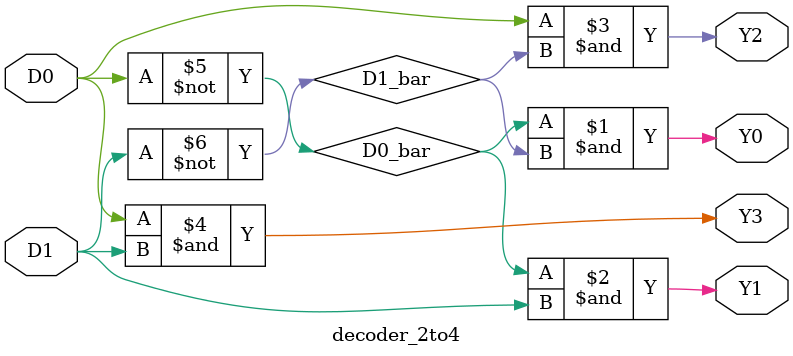
<source format=v>
module decoder_2to4 (
    input  D0, input  D1,
    output Y0, output Y1,
    output Y2, output Y3
);

    wire D0_bar, D1_bar;

    not (D0_bar, D0);
    not (D1_bar, D1);

    and (Y0, D0_bar, D1_bar);
    and (Y1, D0_bar, D1);
    and (Y2, D0, D1_bar);
    and (Y3, D0, D1);

endmodule

</source>
